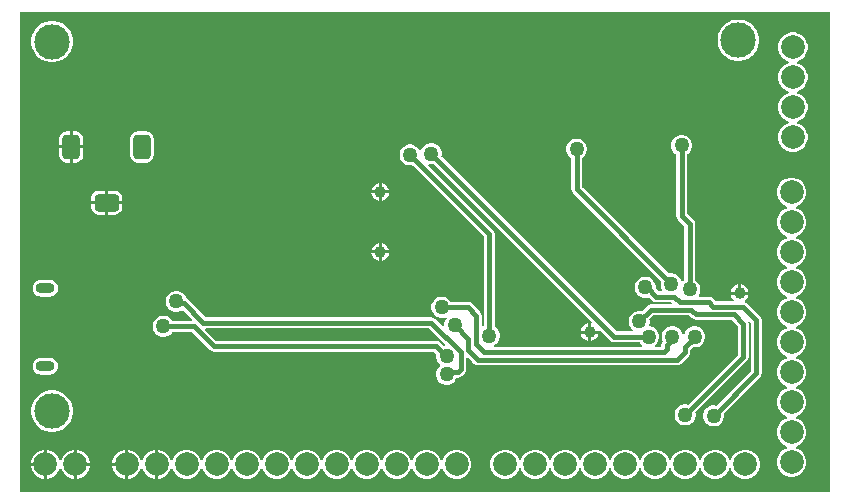
<source format=gbl>
G04*
G04 #@! TF.GenerationSoftware,Altium Limited,Altium Designer,22.8.2 (66)*
G04*
G04 Layer_Physical_Order=2*
G04 Layer_Color=16711680*
%FSLAX44Y44*%
%MOMM*%
G71*
G04*
G04 #@! TF.SameCoordinates,AFBA7131-1AEE-443E-AB60-5C51F5C0F5D9*
G04*
G04*
G04 #@! TF.FilePolarity,Positive*
G04*
G01*
G75*
%ADD66C,3.0000*%
%ADD68C,0.4000*%
%ADD72C,0.4064*%
%ADD74C,2.0000*%
G04:AMPARAMS|DCode=75|XSize=2.1mm|YSize=1.5mm|CornerRadius=0.375mm|HoleSize=0mm|Usage=FLASHONLY|Rotation=90.000|XOffset=0mm|YOffset=0mm|HoleType=Round|Shape=RoundedRectangle|*
%AMROUNDEDRECTD75*
21,1,2.1000,0.7500,0,0,90.0*
21,1,1.3500,1.5000,0,0,90.0*
1,1,0.7500,0.3750,0.6750*
1,1,0.7500,0.3750,-0.6750*
1,1,0.7500,-0.3750,-0.6750*
1,1,0.7500,-0.3750,0.6750*
%
%ADD75ROUNDEDRECTD75*%
G04:AMPARAMS|DCode=76|XSize=2.1mm|YSize=1.5mm|CornerRadius=0.375mm|HoleSize=0mm|Usage=FLASHONLY|Rotation=180.000|XOffset=0mm|YOffset=0mm|HoleType=Round|Shape=RoundedRectangle|*
%AMROUNDEDRECTD76*
21,1,2.1000,0.7500,0,0,180.0*
21,1,1.3500,1.5000,0,0,180.0*
1,1,0.7500,-0.6750,0.3750*
1,1,0.7500,0.6750,0.3750*
1,1,0.7500,0.6750,-0.3750*
1,1,0.7500,-0.6750,-0.3750*
%
%ADD76ROUNDEDRECTD76*%
%ADD77O,1.6000X0.9000*%
%ADD78C,1.2700*%
%ADD79C,1.0000*%
G36*
X939800Y863600D02*
X254000D01*
Y1270000D01*
X939800D01*
Y863600D01*
D02*
G37*
%LPC*%
G36*
X863727Y1263540D02*
X860273D01*
X856884Y1262866D01*
X853692Y1261544D01*
X850819Y1259624D01*
X848376Y1257181D01*
X846456Y1254308D01*
X845134Y1251116D01*
X844460Y1247728D01*
Y1244273D01*
X845134Y1240884D01*
X846456Y1237692D01*
X848376Y1234819D01*
X850819Y1232376D01*
X853692Y1230456D01*
X856884Y1229134D01*
X860273Y1228460D01*
X863727D01*
X867116Y1229134D01*
X870308Y1230456D01*
X873181Y1232376D01*
X875624Y1234819D01*
X877544Y1237692D01*
X878866Y1240884D01*
X879540Y1244273D01*
Y1247728D01*
X878866Y1251116D01*
X877544Y1254308D01*
X875624Y1257181D01*
X873181Y1259624D01*
X870308Y1261544D01*
X867116Y1262866D01*
X863727Y1263540D01*
D02*
G37*
G36*
X282728Y1262540D02*
X279272D01*
X275884Y1261866D01*
X272692Y1260544D01*
X269819Y1258624D01*
X267376Y1256181D01*
X265456Y1253308D01*
X264134Y1250116D01*
X263460Y1246728D01*
Y1243272D01*
X264134Y1239884D01*
X265456Y1236692D01*
X267376Y1233819D01*
X269819Y1231376D01*
X272692Y1229456D01*
X275884Y1228134D01*
X279272Y1227460D01*
X282728D01*
X286116Y1228134D01*
X289308Y1229456D01*
X292181Y1231376D01*
X294624Y1233819D01*
X296544Y1236692D01*
X297866Y1239884D01*
X298540Y1243272D01*
Y1246728D01*
X297866Y1250116D01*
X296544Y1253308D01*
X294624Y1256181D01*
X292181Y1258624D01*
X289308Y1260544D01*
X286116Y1261866D01*
X282728Y1262540D01*
D02*
G37*
G36*
X300850Y1168863D02*
X298370D01*
Y1156970D01*
X307263D01*
Y1162450D01*
X306775Y1164904D01*
X305385Y1166985D01*
X303304Y1168375D01*
X300850Y1168863D01*
D02*
G37*
G36*
X295830D02*
X293350D01*
X290896Y1168375D01*
X288815Y1166985D01*
X287425Y1164904D01*
X286937Y1162450D01*
Y1156970D01*
X295830D01*
Y1168863D01*
D02*
G37*
G36*
X909651Y1252640D02*
X906349D01*
X903160Y1251785D01*
X900300Y1250135D01*
X897965Y1247800D01*
X896315Y1244940D01*
X895460Y1241751D01*
Y1238449D01*
X896315Y1235260D01*
X897965Y1232400D01*
X900300Y1230066D01*
X903160Y1228415D01*
X904493Y1228057D01*
Y1226743D01*
X903160Y1226385D01*
X900300Y1224734D01*
X897965Y1222400D01*
X896315Y1219540D01*
X895460Y1216351D01*
Y1213049D01*
X896315Y1209860D01*
X897965Y1207000D01*
X900300Y1204666D01*
X903160Y1203015D01*
X904493Y1202657D01*
Y1201343D01*
X903160Y1200985D01*
X900300Y1199334D01*
X897965Y1197000D01*
X896315Y1194140D01*
X895460Y1190951D01*
Y1187649D01*
X896315Y1184460D01*
X897965Y1181600D01*
X900300Y1179266D01*
X903160Y1177615D01*
X904493Y1177257D01*
Y1175943D01*
X903160Y1175585D01*
X900300Y1173934D01*
X897965Y1171600D01*
X896315Y1168740D01*
X895460Y1165551D01*
Y1162249D01*
X896315Y1159060D01*
X897965Y1156200D01*
X900300Y1153866D01*
X903160Y1152215D01*
X906349Y1151360D01*
X909651D01*
X912840Y1152215D01*
X915700Y1153866D01*
X918035Y1156200D01*
X919685Y1159060D01*
X920540Y1162249D01*
Y1165551D01*
X919685Y1168740D01*
X918035Y1171600D01*
X915700Y1173934D01*
X912840Y1175585D01*
X911507Y1175943D01*
Y1177257D01*
X912840Y1177615D01*
X915700Y1179266D01*
X918035Y1181600D01*
X919685Y1184460D01*
X920540Y1187649D01*
Y1190951D01*
X919685Y1194140D01*
X918035Y1197000D01*
X915700Y1199334D01*
X912840Y1200985D01*
X911507Y1201343D01*
Y1202657D01*
X912840Y1203015D01*
X915700Y1204666D01*
X918035Y1207000D01*
X919685Y1209860D01*
X920540Y1213049D01*
Y1216351D01*
X919685Y1219540D01*
X918035Y1222400D01*
X915700Y1224734D01*
X912840Y1226385D01*
X911507Y1226743D01*
Y1228057D01*
X912840Y1228415D01*
X915700Y1230066D01*
X918035Y1232400D01*
X919685Y1235260D01*
X920540Y1238449D01*
Y1241751D01*
X919685Y1244940D01*
X918035Y1247800D01*
X915700Y1250135D01*
X912840Y1251785D01*
X909651Y1252640D01*
D02*
G37*
G36*
X360850Y1168863D02*
X353350D01*
X350896Y1168375D01*
X348815Y1166985D01*
X347425Y1164904D01*
X346937Y1162450D01*
Y1148950D01*
X347425Y1146496D01*
X348815Y1144415D01*
X350896Y1143025D01*
X353350Y1142537D01*
X360850D01*
X363304Y1143025D01*
X365385Y1144415D01*
X366775Y1146496D01*
X367263Y1148950D01*
Y1162450D01*
X366775Y1164904D01*
X365385Y1166985D01*
X363304Y1168375D01*
X360850Y1168863D01*
D02*
G37*
G36*
X307263Y1154430D02*
X298370D01*
Y1142537D01*
X300850D01*
X303304Y1143025D01*
X305385Y1144415D01*
X306775Y1146496D01*
X307263Y1148950D01*
Y1154430D01*
D02*
G37*
G36*
X295830D02*
X286937D01*
Y1148950D01*
X287425Y1146496D01*
X288815Y1144415D01*
X290896Y1143025D01*
X293350Y1142537D01*
X295830D01*
Y1154430D01*
D02*
G37*
G36*
X560070Y1125066D02*
Y1118870D01*
X566266D01*
X565826Y1120510D01*
X564833Y1122230D01*
X563430Y1123633D01*
X561710Y1124626D01*
X560070Y1125066D01*
D02*
G37*
G36*
X557530D02*
X555890Y1124626D01*
X554170Y1123633D01*
X552766Y1122230D01*
X551774Y1120510D01*
X551334Y1118870D01*
X557530D01*
Y1125066D01*
D02*
G37*
G36*
X566266Y1116330D02*
X560070D01*
Y1110134D01*
X561710Y1110574D01*
X563430Y1111566D01*
X564833Y1112970D01*
X565826Y1114690D01*
X566266Y1116330D01*
D02*
G37*
G36*
X557530D02*
X551334D01*
X551774Y1114690D01*
X552766Y1112970D01*
X554170Y1111566D01*
X555890Y1110574D01*
X557530Y1110134D01*
Y1116330D01*
D02*
G37*
G36*
X333850Y1118863D02*
X328370D01*
Y1109970D01*
X340263D01*
Y1112450D01*
X339775Y1114904D01*
X338385Y1116985D01*
X336304Y1118375D01*
X333850Y1118863D01*
D02*
G37*
G36*
X325830D02*
X320350D01*
X317896Y1118375D01*
X315815Y1116985D01*
X314425Y1114904D01*
X313937Y1112450D01*
Y1109970D01*
X325830D01*
Y1118863D01*
D02*
G37*
G36*
X340263Y1107430D02*
X328370D01*
Y1098537D01*
X333850D01*
X336304Y1099025D01*
X338385Y1100415D01*
X339775Y1102496D01*
X340263Y1104950D01*
Y1107430D01*
D02*
G37*
G36*
X325830D02*
X313937D01*
Y1104950D01*
X314425Y1102496D01*
X315815Y1100415D01*
X317896Y1099025D01*
X320350Y1098537D01*
X325830D01*
Y1107430D01*
D02*
G37*
G36*
X560070Y1074266D02*
Y1068070D01*
X566266D01*
X565826Y1069710D01*
X564833Y1071430D01*
X563430Y1072833D01*
X561710Y1073826D01*
X560070Y1074266D01*
D02*
G37*
G36*
X557530D02*
X555890Y1073826D01*
X554170Y1072833D01*
X552766Y1071430D01*
X551774Y1069710D01*
X551334Y1068070D01*
X557530D01*
Y1074266D01*
D02*
G37*
G36*
X566266Y1065530D02*
X560070D01*
Y1059334D01*
X561710Y1059774D01*
X563430Y1060767D01*
X564833Y1062170D01*
X565826Y1063890D01*
X566266Y1065530D01*
D02*
G37*
G36*
X557530D02*
X551334D01*
X551774Y1063890D01*
X552766Y1062170D01*
X554170Y1060767D01*
X555890Y1059774D01*
X557530Y1059334D01*
Y1065530D01*
D02*
G37*
G36*
X815170Y1165890D02*
X812830D01*
X810569Y1165284D01*
X808541Y1164114D01*
X806886Y1162459D01*
X805716Y1160431D01*
X805110Y1158170D01*
Y1155830D01*
X805716Y1153569D01*
X806886Y1151541D01*
X808541Y1149886D01*
X809371Y1149407D01*
Y1097500D01*
X809371Y1097500D01*
X809723Y1095729D01*
X810727Y1094227D01*
X816371Y1088583D01*
Y1042913D01*
X815541Y1042434D01*
X815009Y1041901D01*
X813593Y1042281D01*
X813284Y1043431D01*
X812114Y1045459D01*
X810459Y1047114D01*
X808431Y1048284D01*
X806170Y1048890D01*
X803830D01*
X802904Y1048642D01*
X729629Y1121917D01*
Y1146407D01*
X730459Y1146886D01*
X732114Y1148541D01*
X733284Y1150569D01*
X733890Y1152830D01*
Y1155170D01*
X733284Y1157431D01*
X732114Y1159459D01*
X730459Y1161114D01*
X728431Y1162284D01*
X726170Y1162890D01*
X723830D01*
X721569Y1162284D01*
X719541Y1161114D01*
X717886Y1159459D01*
X716716Y1157431D01*
X716110Y1155170D01*
Y1152830D01*
X716716Y1150569D01*
X717886Y1148541D01*
X719541Y1146886D01*
X720371Y1146407D01*
Y1120000D01*
X720371Y1120000D01*
X720723Y1118229D01*
X721727Y1116727D01*
X796358Y1042096D01*
X796110Y1041170D01*
Y1038830D01*
X796716Y1036569D01*
X797680Y1034899D01*
X797148Y1033629D01*
X794383D01*
X791890Y1036122D01*
Y1038170D01*
X791284Y1040431D01*
X790114Y1042459D01*
X788459Y1044114D01*
X786431Y1045284D01*
X784170Y1045890D01*
X781830D01*
X779569Y1045284D01*
X777541Y1044114D01*
X775886Y1042459D01*
X774716Y1040431D01*
X774110Y1038170D01*
Y1035830D01*
X774716Y1033569D01*
X775886Y1031541D01*
X777541Y1029886D01*
X779569Y1028716D01*
X781830Y1028110D01*
X784170D01*
X786252Y1028668D01*
X789192Y1025727D01*
X789192Y1025727D01*
X790694Y1024723D01*
X792466Y1024371D01*
X792466Y1024371D01*
X805380D01*
X805836Y1023789D01*
X805234Y1022519D01*
X787890D01*
X786119Y1022167D01*
X784617Y1021163D01*
X784617Y1021163D01*
X780096Y1016642D01*
X779170Y1016890D01*
X776830D01*
X774569Y1016284D01*
X772541Y1015114D01*
X770886Y1013459D01*
X769716Y1011431D01*
X769110Y1009170D01*
Y1006830D01*
X769716Y1004569D01*
X770886Y1002541D01*
X772529Y1000899D01*
X772528Y1000839D01*
X772179Y999629D01*
X758917D01*
X610642Y1147904D01*
X610890Y1148830D01*
Y1151170D01*
X610284Y1153431D01*
X609114Y1155459D01*
X607459Y1157114D01*
X605431Y1158284D01*
X603170Y1158890D01*
X600830D01*
X598569Y1158284D01*
X596541Y1157114D01*
X594886Y1155459D01*
X593716Y1153431D01*
X593523Y1152713D01*
X592797Y1152548D01*
X592181Y1152610D01*
X591114Y1154459D01*
X589459Y1156114D01*
X587431Y1157284D01*
X585170Y1157890D01*
X582830D01*
X580569Y1157284D01*
X578541Y1156114D01*
X576886Y1154459D01*
X575716Y1152431D01*
X575110Y1150170D01*
Y1147830D01*
X575716Y1145569D01*
X576886Y1143541D01*
X578541Y1141886D01*
X580569Y1140716D01*
X582830Y1140110D01*
X585170D01*
X586096Y1140358D01*
X646371Y1080083D01*
Y1004499D01*
X645899Y1004185D01*
X644629Y1004866D01*
Y1013000D01*
X644629Y1013000D01*
X644277Y1014771D01*
X643273Y1016273D01*
X643273Y1016273D01*
X636273Y1023273D01*
X634771Y1024277D01*
X633000Y1024629D01*
X633000Y1024629D01*
X618593D01*
X618114Y1025459D01*
X616459Y1027114D01*
X614431Y1028284D01*
X612170Y1028890D01*
X609830D01*
X607569Y1028284D01*
X605541Y1027114D01*
X603886Y1025459D01*
X602716Y1023431D01*
X602110Y1021170D01*
Y1018830D01*
X602716Y1016569D01*
X603886Y1014541D01*
X605541Y1012886D01*
X607569Y1011716D01*
X609830Y1011110D01*
X612170D01*
X614431Y1011716D01*
X614690Y1011865D01*
X615470Y1010849D01*
X614858Y1010237D01*
X613687Y1008209D01*
X613081Y1005948D01*
Y1004346D01*
X611811Y1003820D01*
X605335Y1010296D01*
X603822Y1011307D01*
X602038Y1011662D01*
X410931D01*
X395948Y1026644D01*
X394505Y1027609D01*
X394284Y1028431D01*
X393114Y1030459D01*
X391459Y1032114D01*
X389431Y1033284D01*
X387170Y1033890D01*
X384830D01*
X382569Y1033284D01*
X380541Y1032114D01*
X378886Y1030459D01*
X377716Y1028431D01*
X377110Y1026170D01*
Y1023830D01*
X377716Y1021569D01*
X378886Y1019541D01*
X380541Y1017886D01*
X382569Y1016716D01*
X384830Y1016110D01*
X387170D01*
X389431Y1016716D01*
X391459Y1017886D01*
X391490Y1017918D01*
X399573Y1009835D01*
X399087Y1008662D01*
X382574D01*
X382114Y1009459D01*
X380459Y1011114D01*
X378431Y1012284D01*
X376170Y1012890D01*
X373830D01*
X371569Y1012284D01*
X369541Y1011114D01*
X367886Y1009459D01*
X366716Y1007431D01*
X366110Y1005170D01*
Y1002830D01*
X366716Y1000569D01*
X367886Y998541D01*
X369541Y996886D01*
X371569Y995716D01*
X373830Y995110D01*
X376170D01*
X378431Y995716D01*
X380459Y996886D01*
X382114Y998541D01*
X382574Y999338D01*
X399069D01*
X414704Y983704D01*
X416216Y982693D01*
X418000Y982338D01*
X603892D01*
X606194Y980037D01*
X606119Y979754D01*
Y977414D01*
X606724Y975153D01*
X607895Y973125D01*
X609259Y971762D01*
X609433Y970954D01*
X609256Y970173D01*
X607885Y968803D01*
X606715Y966775D01*
X606109Y964514D01*
Y962174D01*
X606715Y959913D01*
X607885Y957885D01*
X609540Y956230D01*
X611567Y955060D01*
X613829Y954454D01*
X616169D01*
X618430Y955060D01*
X620457Y956230D01*
X622113Y957885D01*
X623283Y959913D01*
X623397Y960338D01*
X624350D01*
X626134Y960693D01*
X627646Y961704D01*
X630184Y964242D01*
X631195Y965754D01*
X631550Y967538D01*
Y977245D01*
X632723Y977731D01*
X636732Y973722D01*
X636732Y973722D01*
X636732Y973722D01*
X638269Y972184D01*
X638270Y972184D01*
X639771Y971181D01*
X641543Y970828D01*
X809858D01*
X809858Y970828D01*
X811629Y971181D01*
X813131Y972184D01*
X819870Y978923D01*
X819870Y978923D01*
X820873Y980424D01*
X821226Y982196D01*
Y984020D01*
X823424Y986219D01*
X823830Y986110D01*
X826170D01*
X828431Y986716D01*
X830459Y987886D01*
X832114Y989541D01*
X833284Y991569D01*
X833890Y993830D01*
Y996170D01*
X833284Y998431D01*
X832114Y1000459D01*
X830459Y1002114D01*
X828431Y1003284D01*
X826170Y1003890D01*
X823830D01*
X821569Y1003284D01*
X819541Y1002114D01*
X817886Y1000459D01*
X816716Y998431D01*
X816110Y996170D01*
X814890D01*
X814284Y998431D01*
X813114Y1000459D01*
X811459Y1002114D01*
X809431Y1003284D01*
X807170Y1003890D01*
X804830D01*
X802569Y1003284D01*
X800541Y1002114D01*
X798886Y1000459D01*
X797716Y998431D01*
X797110Y996170D01*
Y993830D01*
X797716Y991569D01*
X798000Y991076D01*
X797230Y989924D01*
X796878Y988153D01*
X796878Y988153D01*
Y986713D01*
X796791Y986626D01*
X791816D01*
X791469Y987849D01*
X791469Y987896D01*
X793114Y989541D01*
X794284Y991569D01*
X794890Y993830D01*
Y996170D01*
X794284Y998431D01*
X793114Y1000459D01*
X791459Y1002114D01*
X789431Y1003284D01*
X787334Y1003846D01*
X787105Y1004003D01*
X786443Y1005160D01*
X786890Y1006830D01*
Y1009170D01*
X786642Y1010096D01*
X789807Y1013261D01*
X820260D01*
X822854Y1010667D01*
X822854Y1010667D01*
X824356Y1009663D01*
X826127Y1009311D01*
X826127Y1009311D01*
X856143D01*
X861371Y1004083D01*
Y979917D01*
X819096Y937642D01*
X818170Y937890D01*
X815830D01*
X813569Y937284D01*
X811541Y936114D01*
X809886Y934459D01*
X808716Y932431D01*
X808110Y930170D01*
Y927830D01*
X808716Y925569D01*
X809886Y923541D01*
X811541Y921886D01*
X813569Y920716D01*
X815830Y920110D01*
X818170D01*
X820431Y920716D01*
X822459Y921886D01*
X824114Y923541D01*
X825284Y925569D01*
X825890Y927830D01*
Y930170D01*
X825642Y931096D01*
X869273Y974727D01*
X869273Y974727D01*
X870277Y976229D01*
X870629Y978000D01*
Y1006000D01*
X870629Y1006000D01*
X870374Y1007284D01*
X871415Y1007841D01*
X872371Y1007068D01*
Y965917D01*
X843096Y936642D01*
X842170Y936890D01*
X839830D01*
X837569Y936284D01*
X835541Y935114D01*
X833886Y933459D01*
X832716Y931431D01*
X832110Y929170D01*
Y926830D01*
X832716Y924569D01*
X833886Y922541D01*
X835541Y920886D01*
X837569Y919716D01*
X839830Y919110D01*
X842170D01*
X844431Y919716D01*
X846459Y920886D01*
X848114Y922541D01*
X849284Y924569D01*
X849890Y926830D01*
Y929170D01*
X849642Y930096D01*
X880273Y960727D01*
X880273Y960727D01*
X881277Y962229D01*
X881629Y964000D01*
Y1009000D01*
X881629Y1009000D01*
X881277Y1010771D01*
X880273Y1012273D01*
X880273Y1012273D01*
X868793Y1023753D01*
X867654Y1024514D01*
X867526Y1025906D01*
X867630Y1025966D01*
X869034Y1027370D01*
X870026Y1029090D01*
X870466Y1030730D01*
X855534D01*
X855974Y1029090D01*
X856966Y1027370D01*
X857958Y1026379D01*
X857432Y1025109D01*
X842737D01*
X840143Y1027703D01*
X838641Y1028707D01*
X836870Y1029059D01*
X836870Y1029059D01*
X828995D01*
X828384Y1030329D01*
X829284Y1031889D01*
X829890Y1034150D01*
Y1036490D01*
X829284Y1038751D01*
X828114Y1040779D01*
X826459Y1042434D01*
X825629Y1042913D01*
Y1090500D01*
X825629Y1090500D01*
X825277Y1092271D01*
X824273Y1093773D01*
X824273Y1093773D01*
X818629Y1099417D01*
Y1149407D01*
X819459Y1149886D01*
X821114Y1151541D01*
X822284Y1153569D01*
X822890Y1155830D01*
Y1158170D01*
X822284Y1160431D01*
X821114Y1162459D01*
X819459Y1164114D01*
X817431Y1165284D01*
X815170Y1165890D01*
D02*
G37*
G36*
X864270Y1039466D02*
Y1033270D01*
X870466D01*
X870026Y1034910D01*
X869034Y1036630D01*
X867630Y1038034D01*
X865910Y1039026D01*
X864270Y1039466D01*
D02*
G37*
G36*
X861730D02*
X860090Y1039026D01*
X858370Y1038034D01*
X856966Y1036630D01*
X855974Y1034910D01*
X855534Y1033270D01*
X861730D01*
Y1039466D01*
D02*
G37*
G36*
X278750Y1043101D02*
X271750D01*
X269912Y1042859D01*
X268200Y1042149D01*
X266729Y1041021D01*
X265601Y1039550D01*
X264891Y1037838D01*
X264649Y1036000D01*
X264891Y1034162D01*
X265601Y1032450D01*
X266729Y1030979D01*
X268200Y1029851D01*
X269912Y1029141D01*
X271750Y1028899D01*
X278750D01*
X280588Y1029141D01*
X282300Y1029851D01*
X283771Y1030979D01*
X284899Y1032450D01*
X285609Y1034162D01*
X285851Y1036000D01*
X285609Y1037838D01*
X284899Y1039550D01*
X283771Y1041021D01*
X282300Y1042149D01*
X280588Y1042859D01*
X278750Y1043101D01*
D02*
G37*
G36*
Y977101D02*
X271750D01*
X269912Y976859D01*
X268200Y976149D01*
X266729Y975021D01*
X265601Y973550D01*
X264891Y971838D01*
X264649Y970000D01*
X264891Y968162D01*
X265601Y966450D01*
X266729Y964979D01*
X268200Y963851D01*
X269912Y963141D01*
X271750Y962899D01*
X278750D01*
X280588Y963141D01*
X282300Y963851D01*
X283771Y964979D01*
X284899Y966450D01*
X285609Y968162D01*
X285851Y970000D01*
X285609Y971838D01*
X284899Y973550D01*
X283771Y975021D01*
X282300Y976149D01*
X280588Y976859D01*
X278750Y977101D01*
D02*
G37*
G36*
X282728Y949540D02*
X279272D01*
X275884Y948866D01*
X272692Y947544D01*
X269819Y945624D01*
X267376Y943181D01*
X265456Y940308D01*
X264134Y937116D01*
X263460Y933727D01*
Y930273D01*
X264134Y926884D01*
X265456Y923692D01*
X267376Y920819D01*
X269819Y918376D01*
X272692Y916456D01*
X275884Y915134D01*
X279272Y914460D01*
X282728D01*
X286116Y915134D01*
X289308Y916456D01*
X292181Y918376D01*
X294624Y920819D01*
X296544Y923692D01*
X297866Y926884D01*
X298540Y930273D01*
Y933727D01*
X297866Y937116D01*
X296544Y940308D01*
X294624Y943181D01*
X292181Y945624D01*
X289308Y947544D01*
X286116Y948866D01*
X282728Y949540D01*
D02*
G37*
G36*
X368130Y899540D02*
X367749D01*
X364560Y898686D01*
X361700Y897035D01*
X359366Y894700D01*
X357715Y891840D01*
X357357Y890507D01*
X356043D01*
X355685Y891840D01*
X354035Y894700D01*
X351700Y897035D01*
X348840Y898686D01*
X345651Y899540D01*
X345270D01*
Y887000D01*
Y874460D01*
X345651D01*
X348840Y875315D01*
X351700Y876965D01*
X354035Y879300D01*
X355685Y882160D01*
X356043Y883493D01*
X357357D01*
X357715Y882160D01*
X359366Y879300D01*
X361700Y876965D01*
X364560Y875315D01*
X367749Y874460D01*
X368130D01*
Y887000D01*
Y899540D01*
D02*
G37*
G36*
X299430D02*
X299049D01*
X295860Y898686D01*
X293000Y897035D01*
X290665Y894700D01*
X289015Y891840D01*
X288657Y890507D01*
X287343D01*
X286985Y891840D01*
X285334Y894700D01*
X283000Y897035D01*
X280140Y898686D01*
X276951Y899540D01*
X276570D01*
Y887000D01*
Y874460D01*
X276951D01*
X280140Y875315D01*
X283000Y876965D01*
X285334Y879300D01*
X286985Y882160D01*
X287343Y883493D01*
X288657D01*
X289015Y882160D01*
X290665Y879300D01*
X293000Y876965D01*
X295860Y875315D01*
X299049Y874460D01*
X299430D01*
Y887000D01*
Y899540D01*
D02*
G37*
G36*
X625051D02*
X621749D01*
X618560Y898686D01*
X615700Y897035D01*
X613366Y894700D01*
X611715Y891840D01*
X611357Y890507D01*
X610043D01*
X609685Y891840D01*
X608035Y894700D01*
X605700Y897035D01*
X602840Y898686D01*
X599651Y899540D01*
X596349D01*
X593160Y898686D01*
X590300Y897035D01*
X587966Y894700D01*
X586315Y891840D01*
X585957Y890507D01*
X584643D01*
X584285Y891840D01*
X582635Y894700D01*
X580300Y897035D01*
X577440Y898686D01*
X574251Y899540D01*
X570949D01*
X567760Y898686D01*
X564900Y897035D01*
X562565Y894700D01*
X560915Y891840D01*
X560557Y890507D01*
X559243D01*
X558885Y891840D01*
X557234Y894700D01*
X554900Y897035D01*
X552040Y898686D01*
X548851Y899540D01*
X545549D01*
X542360Y898686D01*
X539500Y897035D01*
X537165Y894700D01*
X535515Y891840D01*
X535157Y890507D01*
X533843D01*
X533485Y891840D01*
X531834Y894700D01*
X529500Y897035D01*
X526640Y898686D01*
X523451Y899540D01*
X520149D01*
X516960Y898686D01*
X514100Y897035D01*
X511766Y894700D01*
X510115Y891840D01*
X509757Y890507D01*
X508443D01*
X508085Y891840D01*
X506435Y894700D01*
X504100Y897035D01*
X501240Y898686D01*
X498051Y899540D01*
X494749D01*
X491560Y898686D01*
X488700Y897035D01*
X486366Y894700D01*
X484715Y891840D01*
X484357Y890507D01*
X483043D01*
X482685Y891840D01*
X481035Y894700D01*
X478700Y897035D01*
X475840Y898686D01*
X472651Y899540D01*
X469349D01*
X466160Y898686D01*
X463300Y897035D01*
X460965Y894700D01*
X459315Y891840D01*
X458957Y890507D01*
X457643D01*
X457285Y891840D01*
X455634Y894700D01*
X453300Y897035D01*
X450440Y898686D01*
X447251Y899540D01*
X443949D01*
X440760Y898686D01*
X437900Y897035D01*
X435565Y894700D01*
X433915Y891840D01*
X433557Y890507D01*
X432243D01*
X431885Y891840D01*
X430234Y894700D01*
X427900Y897035D01*
X425040Y898686D01*
X421851Y899540D01*
X418549D01*
X415360Y898686D01*
X412500Y897035D01*
X410165Y894700D01*
X408515Y891840D01*
X408157Y890507D01*
X406843D01*
X406485Y891840D01*
X404835Y894700D01*
X402500Y897035D01*
X399640Y898686D01*
X396451Y899540D01*
X393149D01*
X389960Y898686D01*
X387100Y897035D01*
X384766Y894700D01*
X383115Y891840D01*
X382757Y890507D01*
X381443D01*
X381085Y891840D01*
X379435Y894700D01*
X377100Y897035D01*
X374240Y898686D01*
X371051Y899540D01*
X370670D01*
Y887000D01*
Y874460D01*
X371051D01*
X374240Y875315D01*
X377100Y876965D01*
X379435Y879300D01*
X381085Y882160D01*
X381443Y883493D01*
X382757D01*
X383115Y882160D01*
X384766Y879300D01*
X387100Y876965D01*
X389960Y875315D01*
X393149Y874460D01*
X396451D01*
X399640Y875315D01*
X402500Y876965D01*
X404835Y879300D01*
X406485Y882160D01*
X406843Y883493D01*
X408157D01*
X408515Y882160D01*
X410165Y879300D01*
X412500Y876965D01*
X415360Y875315D01*
X418549Y874460D01*
X421851D01*
X425040Y875315D01*
X427900Y876965D01*
X430234Y879300D01*
X431885Y882160D01*
X432243Y883493D01*
X433557D01*
X433915Y882160D01*
X435565Y879300D01*
X437900Y876965D01*
X440760Y875315D01*
X443949Y874460D01*
X447251D01*
X450440Y875315D01*
X453300Y876965D01*
X455634Y879300D01*
X457285Y882160D01*
X457643Y883493D01*
X458957D01*
X459315Y882160D01*
X460965Y879300D01*
X463300Y876965D01*
X466160Y875315D01*
X469349Y874460D01*
X472651D01*
X475840Y875315D01*
X478700Y876965D01*
X481035Y879300D01*
X482685Y882160D01*
X483043Y883493D01*
X484357D01*
X484715Y882160D01*
X486366Y879300D01*
X488700Y876965D01*
X491560Y875315D01*
X494749Y874460D01*
X498051D01*
X501240Y875315D01*
X504100Y876965D01*
X506435Y879300D01*
X508085Y882160D01*
X508443Y883493D01*
X509757D01*
X510115Y882160D01*
X511766Y879300D01*
X514100Y876965D01*
X516960Y875315D01*
X520149Y874460D01*
X523451D01*
X526640Y875315D01*
X529500Y876965D01*
X531834Y879300D01*
X533485Y882160D01*
X533843Y883493D01*
X535157D01*
X535515Y882160D01*
X537165Y879300D01*
X539500Y876965D01*
X542360Y875315D01*
X545549Y874460D01*
X548851D01*
X552040Y875315D01*
X554900Y876965D01*
X557234Y879300D01*
X558885Y882160D01*
X559243Y883493D01*
X560557D01*
X560915Y882160D01*
X562565Y879300D01*
X564900Y876965D01*
X567760Y875315D01*
X570949Y874460D01*
X574251D01*
X577440Y875315D01*
X580300Y876965D01*
X582635Y879300D01*
X584285Y882160D01*
X584643Y883493D01*
X585957D01*
X586315Y882160D01*
X587966Y879300D01*
X590300Y876965D01*
X593160Y875315D01*
X596349Y874460D01*
X599651D01*
X602840Y875315D01*
X605700Y876965D01*
X608035Y879300D01*
X609685Y882160D01*
X610043Y883493D01*
X611357D01*
X611715Y882160D01*
X613366Y879300D01*
X615700Y876965D01*
X618560Y875315D01*
X621749Y874460D01*
X625051D01*
X628240Y875315D01*
X631100Y876965D01*
X633434Y879300D01*
X635085Y882160D01*
X635940Y885349D01*
Y888651D01*
X635085Y891840D01*
X633434Y894700D01*
X631100Y897035D01*
X628240Y898686D01*
X625051Y899540D01*
D02*
G37*
G36*
X869451Y899540D02*
X866149D01*
X862960Y898685D01*
X860100Y897035D01*
X857766Y894700D01*
X856115Y891840D01*
X855757Y890507D01*
X854443D01*
X854085Y891840D01*
X852434Y894700D01*
X850100Y897035D01*
X847240Y898685D01*
X844051Y899540D01*
X840749D01*
X837560Y898685D01*
X834700Y897035D01*
X832365Y894700D01*
X830715Y891840D01*
X830357Y890507D01*
X829043D01*
X828685Y891840D01*
X827035Y894700D01*
X824700Y897035D01*
X821840Y898685D01*
X818651Y899540D01*
X815349D01*
X812160Y898685D01*
X809300Y897035D01*
X806965Y894700D01*
X805315Y891840D01*
X804957Y890507D01*
X803643D01*
X803285Y891840D01*
X801635Y894700D01*
X799300Y897035D01*
X796440Y898685D01*
X793251Y899540D01*
X789949D01*
X786760Y898685D01*
X783900Y897035D01*
X781565Y894700D01*
X779915Y891840D01*
X779557Y890507D01*
X778243D01*
X777885Y891840D01*
X776235Y894700D01*
X773900Y897035D01*
X771040Y898685D01*
X767851Y899540D01*
X764549D01*
X761360Y898685D01*
X758500Y897035D01*
X756165Y894700D01*
X754515Y891840D01*
X754157Y890507D01*
X752843D01*
X752485Y891840D01*
X750835Y894700D01*
X748500Y897035D01*
X745640Y898685D01*
X742451Y899540D01*
X739149D01*
X735960Y898685D01*
X733100Y897035D01*
X730766Y894700D01*
X729115Y891840D01*
X728757Y890507D01*
X727443D01*
X727085Y891840D01*
X725434Y894700D01*
X723100Y897035D01*
X720240Y898685D01*
X717051Y899540D01*
X713749D01*
X710560Y898685D01*
X707700Y897035D01*
X705366Y894700D01*
X703715Y891840D01*
X703357Y890507D01*
X702043D01*
X701685Y891840D01*
X700034Y894700D01*
X697700Y897035D01*
X694840Y898685D01*
X691651Y899540D01*
X688349D01*
X685160Y898685D01*
X682300Y897035D01*
X679966Y894700D01*
X678315Y891840D01*
X677957Y890507D01*
X676643D01*
X676285Y891840D01*
X674634Y894700D01*
X672300Y897035D01*
X669440Y898685D01*
X666251Y899540D01*
X662949D01*
X659760Y898685D01*
X656900Y897035D01*
X654566Y894700D01*
X652915Y891840D01*
X652060Y888651D01*
Y885349D01*
X652915Y882160D01*
X654566Y879300D01*
X656900Y876965D01*
X659760Y875315D01*
X662949Y874460D01*
X666251D01*
X669440Y875315D01*
X672300Y876965D01*
X674634Y879300D01*
X676285Y882160D01*
X676643Y883493D01*
X677957D01*
X678315Y882160D01*
X679966Y879300D01*
X682300Y876965D01*
X685160Y875315D01*
X688349Y874460D01*
X691651D01*
X694840Y875315D01*
X697700Y876965D01*
X700034Y879300D01*
X701685Y882160D01*
X702043Y883493D01*
X703357D01*
X703715Y882160D01*
X705366Y879300D01*
X707700Y876965D01*
X710560Y875315D01*
X713749Y874460D01*
X717051D01*
X720240Y875315D01*
X723100Y876965D01*
X725434Y879300D01*
X727085Y882160D01*
X727443Y883493D01*
X728757D01*
X729115Y882160D01*
X730766Y879300D01*
X733100Y876965D01*
X735960Y875315D01*
X739149Y874460D01*
X742451D01*
X745640Y875315D01*
X748500Y876965D01*
X750835Y879300D01*
X752485Y882160D01*
X752843Y883493D01*
X754157D01*
X754515Y882160D01*
X756165Y879300D01*
X758500Y876965D01*
X761360Y875315D01*
X764549Y874460D01*
X767851D01*
X771040Y875315D01*
X773900Y876965D01*
X776235Y879300D01*
X777885Y882160D01*
X778243Y883493D01*
X779557D01*
X779915Y882160D01*
X781565Y879300D01*
X783900Y876965D01*
X786760Y875315D01*
X789949Y874460D01*
X793251D01*
X796440Y875315D01*
X799300Y876965D01*
X801635Y879300D01*
X803285Y882160D01*
X803643Y883493D01*
X804957D01*
X805315Y882160D01*
X806965Y879300D01*
X809300Y876965D01*
X812160Y875315D01*
X815349Y874460D01*
X818651D01*
X821840Y875315D01*
X824700Y876965D01*
X827035Y879300D01*
X828685Y882160D01*
X829043Y883493D01*
X830357D01*
X830715Y882160D01*
X832365Y879300D01*
X834700Y876965D01*
X837560Y875315D01*
X840749Y874460D01*
X844051D01*
X847240Y875315D01*
X850100Y876965D01*
X852434Y879300D01*
X854085Y882160D01*
X854443Y883493D01*
X855757D01*
X856115Y882160D01*
X857766Y879300D01*
X860100Y876965D01*
X862960Y875315D01*
X866149Y874460D01*
X869451D01*
X872640Y875315D01*
X875500Y876965D01*
X877834Y879300D01*
X879485Y882160D01*
X880340Y885349D01*
Y888651D01*
X879485Y891840D01*
X877834Y894700D01*
X875500Y897035D01*
X872640Y898685D01*
X869451Y899540D01*
D02*
G37*
G36*
X302351Y899540D02*
X301970D01*
Y888270D01*
X313240D01*
Y888651D01*
X312385Y891840D01*
X310735Y894700D01*
X308400Y897035D01*
X305540Y898686D01*
X302351Y899540D01*
D02*
G37*
G36*
X342730D02*
X342349D01*
X339160Y898686D01*
X336300Y897035D01*
X333965Y894700D01*
X332315Y891840D01*
X331460Y888651D01*
Y888270D01*
X342730D01*
Y899540D01*
D02*
G37*
G36*
X274030D02*
X273649D01*
X270460Y898686D01*
X267600Y897035D01*
X265266Y894700D01*
X263615Y891840D01*
X262760Y888651D01*
Y888270D01*
X274030D01*
Y899540D01*
D02*
G37*
G36*
X908651Y1129840D02*
X905349D01*
X902160Y1128985D01*
X899300Y1127335D01*
X896965Y1125000D01*
X895315Y1122140D01*
X894460Y1118951D01*
Y1115649D01*
X895315Y1112460D01*
X896965Y1109600D01*
X899300Y1107265D01*
X902160Y1105615D01*
X903493Y1105257D01*
Y1103943D01*
X902160Y1103585D01*
X899300Y1101935D01*
X896965Y1099600D01*
X895315Y1096740D01*
X894460Y1093551D01*
Y1090249D01*
X895315Y1087060D01*
X896965Y1084200D01*
X899300Y1081865D01*
X902160Y1080215D01*
X903493Y1079857D01*
Y1078543D01*
X902160Y1078185D01*
X899300Y1076535D01*
X896965Y1074200D01*
X895315Y1071340D01*
X894460Y1068151D01*
Y1064849D01*
X895315Y1061660D01*
X896965Y1058800D01*
X899300Y1056466D01*
X902160Y1054815D01*
X903493Y1054457D01*
Y1053143D01*
X902160Y1052785D01*
X899300Y1051134D01*
X896965Y1048800D01*
X895315Y1045940D01*
X894460Y1042751D01*
Y1039449D01*
X895315Y1036260D01*
X896965Y1033400D01*
X899300Y1031066D01*
X902160Y1029415D01*
X903493Y1029057D01*
Y1027743D01*
X902160Y1027385D01*
X899300Y1025734D01*
X896965Y1023400D01*
X895315Y1020540D01*
X894460Y1017351D01*
Y1014049D01*
X895315Y1010860D01*
X896965Y1008000D01*
X899300Y1005666D01*
X902160Y1004015D01*
X903493Y1003657D01*
Y1002343D01*
X902160Y1001985D01*
X899300Y1000334D01*
X896965Y998000D01*
X895315Y995140D01*
X894460Y991951D01*
Y988649D01*
X895315Y985460D01*
X896965Y982600D01*
X899300Y980266D01*
X902160Y978615D01*
X903493Y978257D01*
Y976943D01*
X902160Y976585D01*
X899300Y974934D01*
X896965Y972600D01*
X895315Y969740D01*
X894460Y966551D01*
Y963249D01*
X895315Y960060D01*
X896965Y957200D01*
X899300Y954865D01*
X902160Y953215D01*
X903493Y952857D01*
Y951543D01*
X902160Y951185D01*
X899300Y949535D01*
X896965Y947200D01*
X895315Y944340D01*
X894460Y941151D01*
Y937849D01*
X895315Y934660D01*
X896965Y931800D01*
X899300Y929465D01*
X902160Y927815D01*
X903493Y927457D01*
Y926143D01*
X902160Y925785D01*
X899300Y924135D01*
X896965Y921800D01*
X895315Y918940D01*
X894460Y915751D01*
Y912449D01*
X895315Y909260D01*
X896965Y906400D01*
X899300Y904065D01*
X902160Y902415D01*
X903493Y902057D01*
Y900743D01*
X902160Y900385D01*
X899300Y898735D01*
X896965Y896400D01*
X895315Y893540D01*
X894460Y890351D01*
Y887049D01*
X895315Y883860D01*
X896965Y881000D01*
X899300Y878665D01*
X902160Y877015D01*
X905349Y876160D01*
X908651D01*
X911840Y877015D01*
X914700Y878665D01*
X917035Y881000D01*
X918685Y883860D01*
X919540Y887049D01*
Y890351D01*
X918685Y893540D01*
X917035Y896400D01*
X914700Y898735D01*
X911840Y900385D01*
X910507Y900743D01*
Y902057D01*
X911840Y902415D01*
X914700Y904065D01*
X917035Y906400D01*
X918685Y909260D01*
X919540Y912449D01*
Y915751D01*
X918685Y918940D01*
X917035Y921800D01*
X914700Y924135D01*
X911840Y925785D01*
X910507Y926143D01*
Y927457D01*
X911840Y927815D01*
X914700Y929465D01*
X917035Y931800D01*
X918685Y934660D01*
X919540Y937849D01*
Y941151D01*
X918685Y944340D01*
X917035Y947200D01*
X914700Y949535D01*
X911840Y951185D01*
X910507Y951543D01*
Y952857D01*
X911840Y953215D01*
X914700Y954865D01*
X917035Y957200D01*
X918685Y960060D01*
X919540Y963249D01*
Y966551D01*
X918685Y969740D01*
X917035Y972600D01*
X914700Y974934D01*
X911840Y976585D01*
X910507Y976943D01*
Y978257D01*
X911840Y978615D01*
X914700Y980266D01*
X917035Y982600D01*
X918685Y985460D01*
X919540Y988649D01*
Y991951D01*
X918685Y995140D01*
X917035Y998000D01*
X914700Y1000334D01*
X911840Y1001985D01*
X910507Y1002343D01*
Y1003657D01*
X911840Y1004015D01*
X914700Y1005666D01*
X917035Y1008000D01*
X918685Y1010860D01*
X919540Y1014049D01*
Y1017351D01*
X918685Y1020540D01*
X917035Y1023400D01*
X914700Y1025734D01*
X911840Y1027385D01*
X910507Y1027743D01*
Y1029057D01*
X911840Y1029415D01*
X914700Y1031066D01*
X917035Y1033400D01*
X918685Y1036260D01*
X919540Y1039449D01*
Y1042751D01*
X918685Y1045940D01*
X917035Y1048800D01*
X914700Y1051134D01*
X911840Y1052785D01*
X910507Y1053143D01*
Y1054457D01*
X911840Y1054815D01*
X914700Y1056466D01*
X917035Y1058800D01*
X918685Y1061660D01*
X919540Y1064849D01*
Y1068151D01*
X918685Y1071340D01*
X917035Y1074200D01*
X914700Y1076535D01*
X911840Y1078185D01*
X910507Y1078543D01*
Y1079857D01*
X911840Y1080215D01*
X914700Y1081865D01*
X917035Y1084200D01*
X918685Y1087060D01*
X919540Y1090249D01*
Y1093551D01*
X918685Y1096740D01*
X917035Y1099600D01*
X914700Y1101935D01*
X911840Y1103585D01*
X910507Y1103943D01*
Y1105257D01*
X911840Y1105615D01*
X914700Y1107265D01*
X917035Y1109600D01*
X918685Y1112460D01*
X919540Y1115649D01*
Y1118951D01*
X918685Y1122140D01*
X917035Y1125000D01*
X914700Y1127335D01*
X911840Y1128985D01*
X908651Y1129840D01*
D02*
G37*
G36*
X342730Y885730D02*
X331460D01*
Y885349D01*
X332315Y882160D01*
X333965Y879300D01*
X336300Y876965D01*
X339160Y875315D01*
X342349Y874460D01*
X342730D01*
Y885730D01*
D02*
G37*
G36*
X313240D02*
X301970D01*
Y874460D01*
X302351D01*
X305540Y875315D01*
X308400Y876965D01*
X310735Y879300D01*
X312385Y882160D01*
X313240Y885349D01*
Y885730D01*
D02*
G37*
G36*
X274030D02*
X262760D01*
Y885349D01*
X263615Y882160D01*
X265266Y879300D01*
X267600Y876965D01*
X270460Y875315D01*
X273649Y874460D01*
X274030D01*
Y885730D01*
D02*
G37*
%LPD*%
G36*
X737821Y1007633D02*
X737270Y1006679D01*
Y1000270D01*
X743679D01*
X744633Y1000821D01*
X753727Y991727D01*
X753727Y991727D01*
X755229Y990723D01*
X757000Y990371D01*
X757000Y990371D01*
X778407D01*
X778886Y989541D01*
X780531Y987896D01*
X780531Y987849D01*
X780184Y986626D01*
X655084D01*
X654744Y987896D01*
X656459Y988886D01*
X658114Y990541D01*
X659284Y992569D01*
X659890Y994830D01*
Y997170D01*
X659284Y999431D01*
X658114Y1001459D01*
X656459Y1003114D01*
X655629Y1003593D01*
Y1082000D01*
X655629Y1082000D01*
X655277Y1083771D01*
X654273Y1085273D01*
X599356Y1140190D01*
X600014Y1141329D01*
X600830Y1141110D01*
X603170D01*
X604096Y1141358D01*
X737821Y1007633D01*
D02*
G37*
G36*
X613728Y988718D02*
X613358Y987570D01*
X612144Y987271D01*
X609119Y990296D01*
X607607Y991307D01*
X605823Y991662D01*
X419931D01*
X410427Y1001165D01*
X410913Y1002338D01*
X600108D01*
X613728Y988718D01*
D02*
G37*
%LPC*%
G36*
X734730Y1006466D02*
X733090Y1006026D01*
X731370Y1005033D01*
X729967Y1003630D01*
X728974Y1001910D01*
X728534Y1000270D01*
X734730D01*
Y1006466D01*
D02*
G37*
G36*
X743466Y997730D02*
X737270D01*
Y991534D01*
X738910Y991974D01*
X740630Y992967D01*
X742033Y994370D01*
X743026Y996090D01*
X743466Y997730D01*
D02*
G37*
G36*
X734730D02*
X728534D01*
X728974Y996090D01*
X729967Y994370D01*
X731370Y992967D01*
X733090Y991974D01*
X734730Y991534D01*
Y997730D01*
D02*
G37*
%LPD*%
D66*
X862000Y1246000D02*
D03*
X281000Y932000D02*
D03*
Y1245000D02*
D03*
D68*
X866000Y978000D02*
Y1006000D01*
X817000Y929000D02*
X866000Y978000D01*
X841000Y928000D02*
X877000Y964000D01*
Y1009000D01*
X865520Y1020480D02*
X877000Y1009000D01*
X816597Y985938D02*
X825000Y994341D01*
X816597Y982196D02*
Y985938D01*
X825000Y994341D02*
Y995000D01*
X809858Y975457D02*
X816597Y982196D01*
X798709Y981997D02*
X801507Y984796D01*
Y988153D01*
X806000Y992646D01*
Y995000D01*
X646602Y981997D02*
X798709D01*
X602000Y1150000D02*
X757000Y995000D01*
X786000D01*
X826127Y1013940D02*
X858060D01*
X822177Y1017890D02*
X826127Y1013940D01*
X640005Y976995D02*
X641543Y975457D01*
X640000Y988599D02*
X646602Y981997D01*
X641543Y975457D02*
X809858D01*
X778000Y1008000D02*
X787890Y1017890D01*
X822177D01*
X812169Y1024430D02*
X836870D01*
X807599Y1029000D02*
X812169Y1024430D01*
X840820Y1020480D02*
X865520D01*
X836870Y1024430D02*
X840820Y1020480D01*
X821000Y1035320D02*
Y1090500D01*
X651000Y996000D02*
Y1082000D01*
X584000Y1149000D02*
X651000Y1082000D01*
X784465Y1037000D02*
X792466Y1029000D01*
X807599D01*
X783000Y1037000D02*
X784465D01*
X725000Y1120000D02*
X805000Y1040000D01*
X621971Y1004778D02*
X633460Y993289D01*
Y983540D02*
Y993289D01*
X640005Y976995D02*
X640005D01*
X633000Y1020000D02*
X640000Y1013000D01*
X633460Y983540D02*
X640005Y976995D01*
X640000Y988599D02*
Y1013000D01*
X611000Y1020000D02*
X633000D01*
X858060Y1013940D02*
X866000Y1006000D01*
X814000Y1097500D02*
X821000Y1090500D01*
X814000Y1097500D02*
Y1157000D01*
X725000Y1120000D02*
Y1154000D01*
X584000Y1149000D02*
X584000D01*
D72*
X418000Y987000D02*
X605823D01*
X401000Y1004000D02*
X418000Y987000D01*
X375000Y1004000D02*
X401000D01*
X409000Y1007000D02*
X602038D01*
X626888Y982150D01*
X605823Y987000D02*
X614239Y978584D01*
X392652Y1023348D02*
X409000Y1007000D01*
X614239Y978584D02*
X615009D01*
X624350Y965000D02*
X626888Y967538D01*
X621694Y964996D02*
X621698Y965000D01*
X614999Y963344D02*
X616651Y964996D01*
X621698Y965000D02*
X624350D01*
X626888Y967538D02*
Y982150D01*
X386000Y1025000D02*
X387652Y1023348D01*
X392652D01*
X616651Y964996D02*
X621694D01*
D74*
X908000Y1240100D02*
D03*
Y1214700D02*
D03*
Y1163900D02*
D03*
Y1189300D02*
D03*
X690000Y887000D02*
D03*
X664600D02*
D03*
X715400D02*
D03*
X740800D02*
D03*
X766200D02*
D03*
X791600D02*
D03*
X817000D02*
D03*
X842400D02*
D03*
X867800D02*
D03*
X344000Y887000D02*
D03*
X369400D02*
D03*
X394800D02*
D03*
X420200D02*
D03*
X445600D02*
D03*
X471000D02*
D03*
X496400D02*
D03*
X521800D02*
D03*
X547200D02*
D03*
X572600D02*
D03*
X623400D02*
D03*
X598000D02*
D03*
X275300D02*
D03*
X300700D02*
D03*
X907000Y914100D02*
D03*
Y888700D02*
D03*
Y939500D02*
D03*
Y964900D02*
D03*
Y990300D02*
D03*
Y1015700D02*
D03*
Y1041100D02*
D03*
Y1066500D02*
D03*
Y1091900D02*
D03*
Y1117300D02*
D03*
D75*
X357100Y1155700D02*
D03*
X297100D02*
D03*
D76*
X327100Y1108700D02*
D03*
D77*
X275250Y1036000D02*
D03*
Y970000D02*
D03*
D78*
X841000Y928000D02*
D03*
X817000Y929000D02*
D03*
X825000Y995000D02*
D03*
X806000D02*
D03*
X786000D02*
D03*
X821000Y1035320D02*
D03*
X651000Y996000D02*
D03*
X783000Y1037000D02*
D03*
X778000Y1008000D02*
D03*
X805000Y1040000D02*
D03*
X375000Y1004000D02*
D03*
X614999Y963344D02*
D03*
X615009Y978584D02*
D03*
X621971Y1004778D02*
D03*
X611000Y1020000D02*
D03*
X386000Y1025000D02*
D03*
X814000Y1157000D02*
D03*
X725000Y1154000D02*
D03*
X584000Y1149000D02*
D03*
X602000Y1150000D02*
D03*
D79*
X863000Y1032000D02*
D03*
X736000Y999000D02*
D03*
X558800Y1066800D02*
D03*
Y1117600D02*
D03*
M02*

</source>
